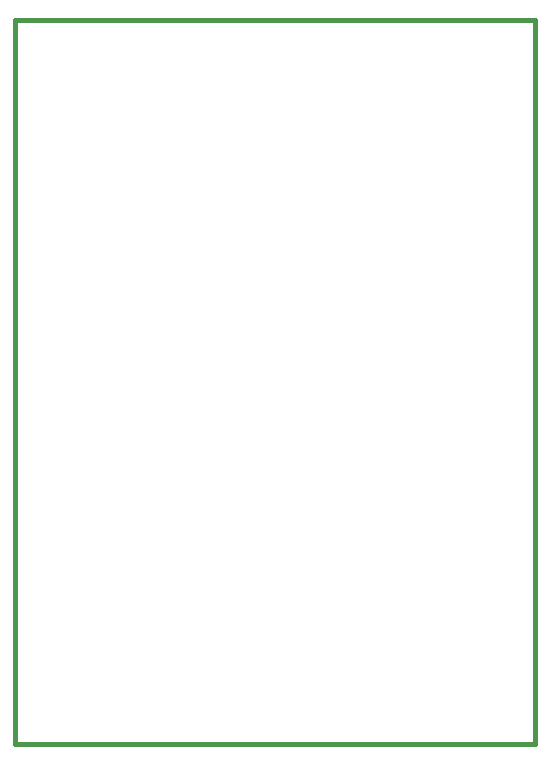
<source format=gbr>
G04 (created by PCBNEW-RS274X (2011-07-19)-testing) date Fri 30 Dec 2011 11:21:53 AM PST*
G01*
G70*
G90*
%MOIN*%
G04 Gerber Fmt 3.4, Leading zero omitted, Abs format*
%FSLAX34Y34*%
G04 APERTURE LIST*
%ADD10C,0.006000*%
%ADD11C,0.015000*%
G04 APERTURE END LIST*
G54D10*
G54D11*
X56693Y-39370D02*
X56693Y-63484D01*
X39370Y-39370D02*
X39370Y-63484D01*
X39370Y-63484D02*
X56693Y-63484D01*
X39370Y-39370D02*
X56693Y-39370D01*
M02*

</source>
